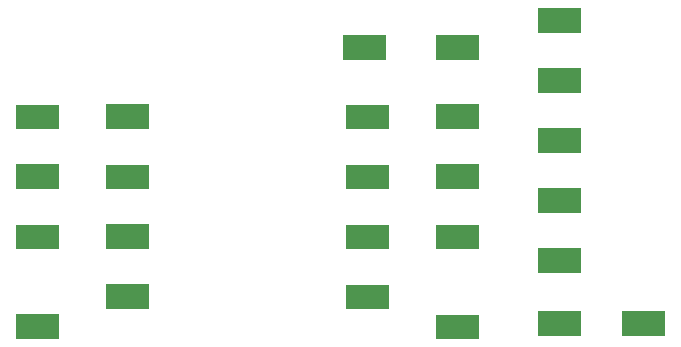
<source format=gbr>
G04 start of page 10 for group -4015 idx -4015 *
G04 Title: (unknown), toppaste *
G04 Creator: pcb 20110918 *
G04 CreationDate: Tue Sep 16 15:41:33 2014 UTC *
G04 For: fosse *
G04 Format: Gerber/RS-274X *
G04 PCB-Dimensions: 375000 325000 *
G04 PCB-Coordinate-Origin: lower left *
%MOIN*%
%FSLAX25Y25*%
%LNTOPPASTE*%
%ADD64R,0.0807X0.0807*%
G54D64*X193294Y133775D02*X199593D01*
X193294Y214775D02*X199593D01*
X193294Y194775D02*X199593D01*
X193294Y174775D02*X199593D01*
X193294Y154775D02*X199593D01*
X193294Y234775D02*X199593D01*
X128294Y225775D02*X134593D01*
X159294D02*X165593D01*
X49294Y202775D02*X55593D01*
X19314Y202755D02*X25613D01*
X49314Y182755D02*X55613D01*
X19294Y182775D02*X25593D01*
X49294Y162775D02*X55593D01*
X19314Y162755D02*X25613D01*
X49294Y142775D02*X55593D01*
X19294Y132775D02*X25593D01*
X159294Y182775D02*X165593D01*
X129314Y162755D02*X135613D01*
X159314D02*X165613D01*
X129314Y142755D02*X135613D01*
X159314Y132755D02*X165613D01*
X129314Y202755D02*X135613D01*
X159294Y202775D02*X165593D01*
X129314Y182755D02*X135613D01*
X221294Y133775D02*X227593D01*
M02*

</source>
